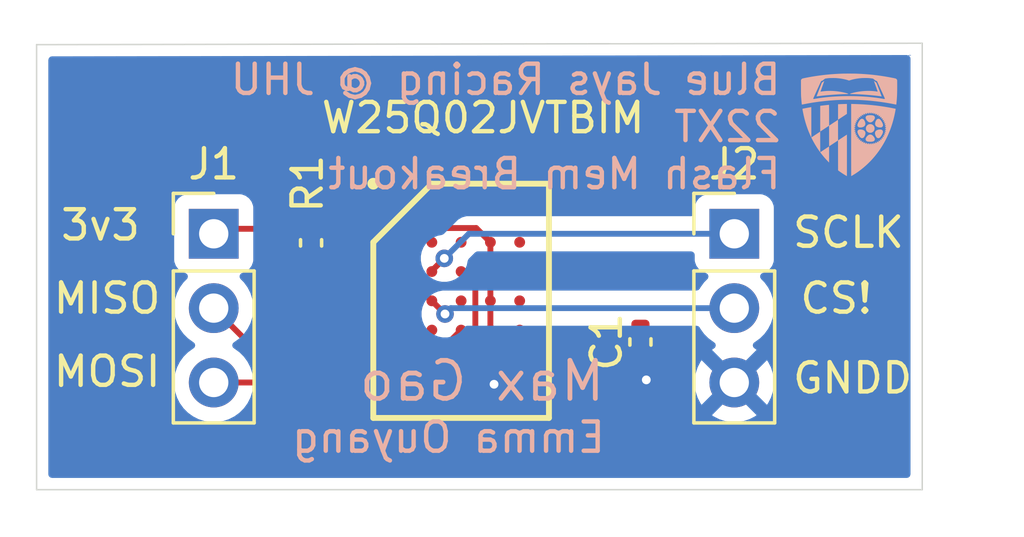
<source format=kicad_pcb>
(kicad_pcb (version 20241229) (generator "pcbnew") (generator_version "9.0")
  (layers (0 "F.Cu" signal) (2 "B.Cu" signal) (13 "F.Paste" user) (15 "B.Paste" user) (5 "F.SilkS" user "F.Silkscreen") (7 "B.SilkS" user "B.Silkscreen") (1 "F.Mask" user) (3 "B.Mask" user) (25 "Edge.Cuts" user))
  (net 0 "")
  (net 1 "GNDD")
  (net 2 "3v3")
  (net 4 "SCLK_Flash")
  (net 6 "MOSI_Flash")
  (net 12 "CS-Mem")
  (net 13 "MISO_Flash")
  (footprint "Connector_PinHeader_2.54mm:PinHeader_1x03_P2.54mm_Vertical" (layer "F.Cu") (at 163.83 92.71)
    (property "Reference" "J2" (at 0 -2.38 0) (layer "F.SilkS"))
    (property "Value" "Conn_01x03")
    (pad "1" thru_hole rect (at 0 0) (size 1.7 1.7) (drill 1) (layers "*.Cu" "*.Mask") (net 4 "SCLK_Flash"))
    (pad "2" thru_hole circle (at 0 2.54) (size 1.7 1.7) (drill 1) (layers "*.Cu" "*.Mask") (net 12 "CS-Mem"))
    (pad "3" thru_hole circle (at 0 5.08) (size 1.7 1.7) (drill 1) (layers "*.Cu" "*.Mask") (net 1 "GNDD"))
  )
  (footprint "Connector_PinHeader_2.54mm:PinHeader_1x03_P2.54mm_Vertical" (layer "F.Cu") (at 146.05 92.71)
    (property "Reference" "J1" (at 0 -2.38 0) (layer "F.SilkS"))
    (property "Value" "Conn_01x03")
    (pad "1" thru_hole rect (at 0 0) (size 1.7 1.7) (drill 1) (layers "*.Cu" "*.Mask") (net 2 "3v3"))
    (pad "2" thru_hole circle (at 0 2.54) (size 1.7 1.7) (drill 1) (layers "*.Cu" "*.Mask") (net 13 "MISO_Flash"))
    (pad "3" thru_hole circle (at 0 5.08) (size 1.7 1.7) (drill 1) (layers "*.Cu" "*.Mask") (net 6 "MOSI_Flash"))
  )
  (footprint "Capacitor_SMD:C_0402_1005Metric" (layer "F.Cu") (at 149.375 93.02 90)
    (property "Reference" "R1" (at 2.02 -0.125 90) (layer "F.SilkS"))
    (property "Value" "100k")
    (pad "1" smd roundrect (at -0.48 0 90) (size 0.56 0.62) (layers "F.Cu" "F.Mask" "F.Paste") (net 12 "CS-Mem"))
    (pad "2" smd roundrect (at 0.48 0 90) (size 0.56 0.62) (layers "F.Cu" "F.Mask" "F.Paste") (net 2 "3v3"))
  )
  (footprint "Capacitor_SMD:C_0402_1005Metric" (layer "F.Cu") (at 160.625 96.405 90)
    (property "Reference" "C1" (at 0 -1.16 90) (layer "F.SilkS"))
    (property "Value" "0.1")
    (pad "1" smd roundrect (at -0.48 0 90) (size 0.56 0.62) (layers "F.Cu" "F.Mask" "F.Paste") (net 1 "GNDD"))
    (pad "2" smd roundrect (at 0.48 0 90) (size 0.56 0.62) (layers "F.Cu" "F.Mask" "F.Paste") (net 2 "3v3"))
  )
  (footprint "W25N04KVZEIR:BGA24C100P5X5_600X800X120" (layer "F.Cu") (at 154.5 95)
    (property "Reference" "IC1" (hide yes))
    (property "Value" "W25Q02JVTBIM" (hide yes))
    (fp_text user "W25Q02JVTBIM" (at 0.75 -6.25 0) (layer "F.SilkS"))
    (pad "A2" smd circle (at -1 -2 90) (size 0.37 0.37) (layers "F.Cu" "F.Mask" "F.Paste"))
    (pad "A3" smd circle (at 0 -2 90) (size 0.37 0.37) (layers "F.Cu" "F.Mask" "F.Paste"))
    (pad "A4" smd circle (at 1 -2 90) (size 0.37 0.37) (layers "F.Cu" "F.Mask" "F.Paste") (net 2 "3v3"))
    (pad "A5" smd circle (at 2 -2 90) (size 0.37 0.37) (layers "F.Cu" "F.Mask" "F.Paste"))
    (pad "B1" smd circle (at -2 -1 90) (size 0.37 0.37) (layers "F.Cu" "F.Mask" "F.Paste"))
    (pad "B2" smd circle (at -1 -1 90) (size 0.37 0.37) (layers "F.Cu" "F.Mask" "F.Paste") (net 4 "SCLK_Flash"))
    (pad "B3" smd circle (at 0 -1 90) (size 0.37 0.37) (layers "F.Cu" "F.Mask" "F.Paste") (net 1 "GNDD"))
    (pad "B4" smd circle (at 1 -1 90) (size 0.37 0.37) (layers "F.Cu" "F.Mask" "F.Paste") (net 2 "3v3"))
    (pad "B5" smd circle (at 2 -1 90) (size 0.37 0.37) (layers "F.Cu" "F.Mask" "F.Paste"))
    (pad "C1" smd circle (at -2 0 90) (size 0.37 0.37) (layers "F.Cu" "F.Mask" "F.Paste"))
    (pad "C2" smd circle (at -1 0 90) (size 0.37 0.37) (layers "F.Cu" "F.Mask" "F.Paste") (net 12 "CS-Mem"))
    (pad "C3" smd circle (at 0 0 90) (size 0.37 0.37) (layers "F.Cu" "F.Mask" "F.Paste"))
    (pad "C4" smd circle (at 1 0 90) (size 0.37 0.37) (layers "F.Cu" "F.Mask" "F.Paste") (net 2 "3v3"))
    (pad "C5" smd circle (at 2 0 90) (size 0.37 0.37) (layers "F.Cu" "F.Mask" "F.Paste"))
    (pad "D1" smd circle (at -2 1 90) (size 0.37 0.37) (layers "F.Cu" "F.Mask" "F.Paste"))
    (pad "D2" smd circle (at -1 1 90) (size 0.37 0.37) (layers "F.Cu" "F.Mask" "F.Paste") (net 13 "MISO_Flash"))
    (pad "D3" smd circle (at 0 1 90) (size 0.37 0.37) (layers "F.Cu" "F.Mask" "F.Paste") (net 6 "MOSI_Flash"))
    (pad "D4" smd circle (at 1 1 90) (size 0.37 0.37) (layers "F.Cu" "F.Mask" "F.Paste") (net 2 "3v3"))
    (pad "D5" smd circle (at 2 1 90) (size 0.37 0.37) (layers "F.Cu" "F.Mask" "F.Paste"))
    (pad "E1" smd circle (at -2 2 90) (size 0.37 0.37) (layers "F.Cu" "F.Mask" "F.Paste"))
    (pad "E2" smd circle (at -1 2 90) (size 0.37 0.37) (layers "F.Cu" "F.Mask" "F.Paste"))
    (pad "E3" smd circle (at 0 2 90) (size 0.37 0.37) (layers "F.Cu" "F.Mask" "F.Paste"))
    (pad "E4" smd circle (at 1 2 90) (size 0.37 0.37) (layers "F.Cu" "F.Mask" "F.Paste"))
    (pad "E5" smd circle (at 2 2 90) (size 0.37 0.37) (layers "F.Cu" "F.Mask" "F.Paste"))
  )
  (footprint "22xt_flashMem:BJR_LOGO" (layer "B.Cu") (at 167.75 89 180)
    (property "Reference" "G***" (hide yes))
    (property "Value" "BJR_LOGO" (hide yes))
  )
  (gr_line (start 170.250308 86.202555) (end 140 86.25) (stroke (width 0.05)) (layer "Edge.Cuts"))
  (gr_line (start 170.25 101.45) (end 170.25 86.204516) (stroke (width 0.05)) (layer "Edge.Cuts"))
  (gr_line (start 140 101.45) (end 170.25 101.45) (stroke (width 0.05)) (layer "Edge.Cuts"))
  (gr_line (start 140 86.25) (end 140 101.45) (stroke (width 0.05)) (layer "Edge.Cuts"))
  (gr_text "SCLK\n" (at 165.75 93.25 0) (layer "F.SilkS") (effects (font (size 1 1)) (justify left bottom)))
  (gr_text "MOSI\n" (at 140.5 98 0) (layer "F.SilkS") (effects (font (size 1 1)) (justify left bottom)))
  (gr_text "CS!\n" (at 166 95.5 0) (layer "F.SilkS") (effects (font (size 1 1)) (justify left bottom)))
  (gr_text "GNDD" (at 165.75 98.225 0) (layer "F.SilkS") (effects (font (size 1 1)) (justify left bottom)))
  (gr_text "MISO\n" (at 140.5 95.5 0) (layer "F.SilkS") (effects (font (size 1 1)) (justify left bottom)))
  (gr_text "3v3" (at 140.75 93 0) (layer "F.SilkS") (effects (font (size 1 1)) (justify left bottom)))
  (gr_text "Max Gao\n" (at 159.5 98.5 0) (layer "B.SilkS") (effects (font (size 1.3 1.3) (thickness 0.1625)) (justify left bottom mirror)))
  (gr_text "Emma Ouyang" (at 159.5 100.25 0) (layer "B.SilkS") (effects (font (size 1 1)) (justify left bottom mirror)))
  (gr_text "Blue Jays Racing @ JHU\n22XT\nFlash Mem Breakout" (at 165.5 91.25 0) (layer "B.SilkS") (effects (font (size 1 1)) (justify left bottom mirror)))
  (segment (start 154.986 97.201308) (end 154.986 94.486) (width 0.2) (layer "F.Cu") (net 1))
  (segment (start 160.625 97.5) (end 160.825 97.7) (width 0.2) (layer "F.Cu") (net 1))
  (segment (start 155.270692 97.486) (end 154.986 97.201308) (width 0.2) (layer "F.Cu") (net 1))
  (segment (start 155.270692 97.486) (end 155.270692 97.495692) (width 0.2) (layer "F.Cu") (net 1))
  (segment (start 154.986 94.486) (end 154.5 94) (width 0.2) (layer "F.Cu") (net 1))
  (segment (start 160.625 96.885) (end 160.625 97.5) (width 0.2) (layer "F.Cu") (net 1))
  (segment (start 155.270692 97.495692) (end 155.625 97.85) (width 0.2) (layer "F.Cu") (net 1))
  (via (at 155.625 97.85) (size 0.6) (drill 0.3) (layers "F.Cu" "B.Cu") (net 1))
  (via (at 160.825 97.7) (size 0.6) (drill 0.3) (layers "F.Cu" "B.Cu") (net 1))
  (segment (start 160.625 95.925) (end 160.064 96.486) (width 0.2) (layer "F.Cu") (net 2))
  (segment (start 146.05 92.71) (end 146.175 92.71) (width 0.2) (layer "F.Cu") (net 2))
  (segment (start 146.345 92.54) (end 149.375 92.54) (width 0.2) (layer "F.Cu") (net 2))
  (segment (start 146.175 92.71) (end 146.345 92.54) (width 0.2) (layer "F.Cu") (net 2))
  (segment (start 155.986 96.486) (end 155.5 96) (width 0.2) (layer "F.Cu") (net 2))
  (segment (start 149.401 92.514) (end 155.014 92.514) (width 0.2) (layer "F.Cu") (net 2))
  (segment (start 155.5 96) (end 155.5 96.025) (width 0.2) (layer "F.Cu") (net 2))
  (segment (start 155.5 93) (end 155.5 96) (width 0.2) (layer "F.Cu") (net 2))
  (segment (start 155.5 96.025) (end 155.525 96.05) (width 0.2) (layer "F.Cu") (net 2))
  (segment (start 160.064 96.486) (end 155.986 96.486) (width 0.2) (layer "F.Cu") (net 2))
  (segment (start 149.375 92.54) (end 149.401 92.514) (width 0.2) (layer "F.Cu") (net 2))
  (segment (start 155.014 92.514) (end 155.5 93) (width 0.2) (layer "F.Cu") (net 2))
  (segment (start 153.5 94) (end 153.5 93.975) (width 0.2) (layer "F.Cu") (net 4))
  (segment (start 153.5 93.975) (end 153.925 93.55) (width 0.2) (layer "F.Cu") (net 4))
  (segment (start 153.975 93.55) (end 154.075 93.65) (width 0.2) (layer "F.Cu") (net 4))
  (segment (start 153.925 93.55) (end 153.975 93.55) (width 0.2) (layer "F.Cu") (net 4))
  (via (at 153.925 93.55) (size 0.6) (drill 0.3) (layers "F.Cu" "B.Cu") (net 4))
  (segment (start 154.765 92.71) (end 163.83 92.71) (width 0.2) (layer "B.Cu") (net 4))
  (segment (start 153.925 93.55) (end 154.765 92.71) (width 0.2) (layer "B.Cu") (net 4))
  (segment (start 153.986 96.514) (end 154.5 96) (width 0.2) (layer "F.Cu") (net 6))
  (segment (start 146.05 97.79) (end 153.397308 97.79) (width 0.2) (layer "F.Cu") (net 6))
  (segment (start 153.397308 97.79) (end 153.986 97.201308) (width 0.2) (layer "F.Cu") (net 6))
  (segment (start 146.05 97.79) (end 146.05 97.875) (width 0.2) (layer "F.Cu") (net 6))
  (segment (start 153.986 97.201308) (end 153.986 96.514) (width 0.2) (layer "F.Cu") (net 6))
  (segment (start 146.05 97.875) (end 146.025 97.9) (width 0.2) (layer "F.Cu") (net 6))
  (segment (start 149.375 93.5) (end 150.389 94.514) (width 0.2) (layer "F.Cu") (net 12))
  (segment (start 153.5 95) (end 153.95 95.45) (width 0.2) (layer "F.Cu") (net 12))
  (segment (start 153.95 95.45) (end 153.94534 95.44534) (width 0.2) (layer "F.Cu") (net 12))
  (segment (start 150.389 94.514) (end 153.014 94.514) (width 0.2) (layer "F.Cu") (net 12))
  (segment (start 153.014 94.514) (end 153.5 95) (width 0.2) (layer "F.Cu") (net 12))
  (via (at 153.95 95.45) (size 0.6) (drill 0.3) (layers "F.Cu" "B.Cu") (net 12))
  (segment (start 154.15 95.25) (end 163.83 95.25) (width 0.2) (layer "B.Cu") (net 12))
  (segment (start 153.95 95.45) (end 154.15 95.25) (width 0.2) (layer "B.Cu") (net 12))
  (segment (start 147.314 96.514) (end 152.986 96.514) (width 0.2) (layer "F.Cu") (net 13))
  (segment (start 152.986 96.514) (end 153.5 96) (width 0.2) (layer "F.Cu") (net 13))
  (segment (start 146.05 95.25) (end 147.314 96.514) (width 0.2) (layer "F.Cu") (net 13))
  (zone (net 1) (net_name "GNDD") (layer "B.Cu") (connect_pads (clearance 0.5)) (min_thickness 0.25) (fill yes (thermal_gap 0.5) (thermal_bridge_width 0.5))
    (polygon (pts (xy 138.825 84.925) (xy 173.675 84.725) (xy 173.75 103.075) (xy 138.75 102.725) (xy 138.775 84.95)))
  )
)
</source>
